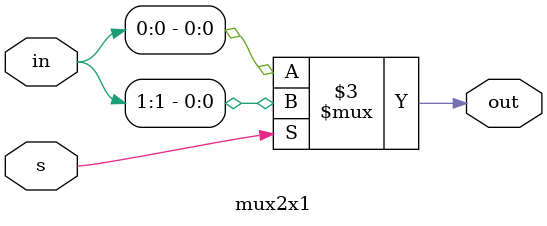
<source format=v>
module mux2x1(in,s,out);
	input[1:0] in;
	input s;
	output reg out;
	always@(*) begin
		if(s) out=in[1];
		else out=in[0];
	end
endmodule

</source>
